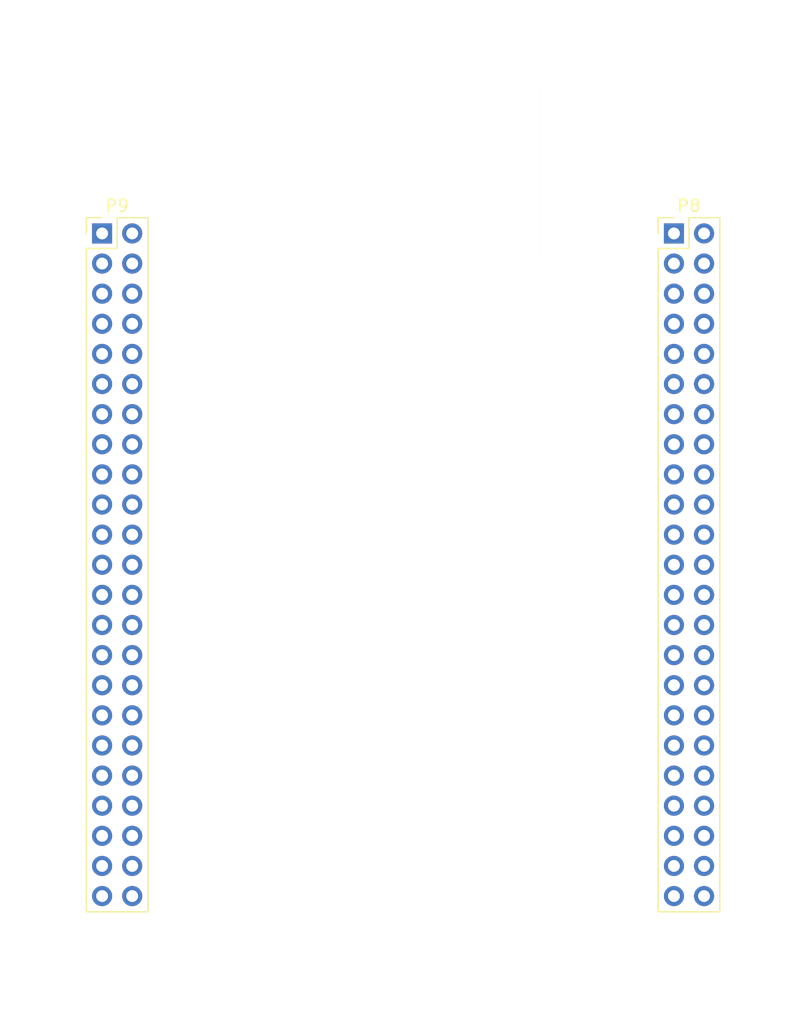
<source format=kicad_pcb>
(kicad_pcb (version 20211014) (generator pcbnew)
  (layers (0 "F.Cu" signal) (31 "B.Cu" signal) (34 "B.Paste" user) (35 "F.Paste" user) (36 "B.SilkS" user "B.Silkscreen") (37 "F.SilkS" user "F.Silkscreen") (38 "B.Mask" user) (39 "F.Mask" user) (44 "Edge.Cuts" user))
  (net 0 "")
  (net 1 "Net-(P8-Pad3)")
  (net 2 "Net-(P8-Pad4)")
  (net 3 "Net-(P8-Pad5)")
  (net 4 "Net-(P8-Pad6)")
  (net 5 "Net-(P8-Pad7)")
  (net 6 "Net-(P8-Pad8)")
  (net 7 "Net-(P8-Pad9)")
  (net 8 "Net-(P8-Pad10)")
  (net 9 "Net-(P8-Pad11)")
  (net 10 "Net-(P8-Pad12)")
  (net 11 "Net-(P8-Pad13)")
  (net 12 "Net-(P8-Pad14)")
  (net 13 "Net-(P8-Pad15)")
  (net 14 "Net-(P8-Pad16)")
  (net 15 "Net-(P8-Pad17)")
  (net 16 "Net-(P8-Pad18)")
  (net 17 "Net-(P8-Pad19)")
  (net 18 "Net-(P8-Pad20)")
  (net 19 "Net-(P8-Pad21)")
  (net 20 "Net-(P8-Pad22)")
  (net 21 "Net-(P8-Pad23)")
  (net 22 "Net-(P8-Pad24)")
  (net 23 "Net-(P8-Pad25)")
  (net 24 "Net-(P8-Pad26)")
  (net 25 "Net-(P8-Pad27)")
  (net 26 "Net-(P8-Pad28)")
  (net 27 "Net-(P8-Pad29)")
  (net 28 "Net-(P8-Pad30)")
  (net 29 "Net-(P8-Pad31)")
  (net 30 "Net-(P8-Pad32)")
  (net 31 "Net-(P8-Pad33)")
  (net 32 "Net-(P8-Pad34)")
  (net 33 "Net-(P8-Pad35)")
  (net 34 "Net-(P8-Pad36)")
  (net 35 "Net-(P8-Pad37)")
  (net 36 "Net-(P8-Pad38)")
  (net 37 "Net-(P8-Pad39)")
  (net 38 "Net-(P8-Pad40)")
  (net 39 "Net-(P8-Pad41)")
  (net 40 "Net-(P8-Pad42)")
  (net 41 "Net-(P8-Pad43)")
  (net 42 "Net-(P8-Pad44)")
  (net 43 "Net-(P8-Pad45)")
  (net 44 "Net-(P8-Pad46)")
  (net 45 "Net-(P9-Pad11)")
  (net 46 "Net-(P9-Pad12)")
  (net 47 "Net-(P9-Pad13)")
  (net 48 "Net-(P9-Pad14)")
  (net 49 "Net-(P9-Pad15)")
  (net 50 "Net-(P9-Pad16)")
  (net 51 "Net-(P9-Pad17)")
  (net 52 "Net-(P9-Pad18)")
  (net 53 "Net-(P9-Pad19)")
  (net 54 "Net-(P9-Pad20)")
  (net 55 "Net-(P9-Pad21)")
  (net 56 "Net-(P9-Pad22)")
  (net 57 "Net-(P9-Pad23)")
  (net 58 "Net-(P9-Pad24)")
  (net 59 "Net-(P9-Pad25)")
  (net 60 "Net-(P9-Pad26)")
  (net 61 "Net-(P9-Pad27)")
  (net 62 "Net-(P9-Pad28)")
  (net 63 "Net-(P9-Pad29)")
  (net 64 "Net-(P9-Pad30)")
  (net 65 "Net-(P9-Pad31)")
  (net 66 "Net-(P9-Pad33)")
  (net 67 "Net-(P9-Pad35)")
  (net 68 "Net-(P9-Pad36)")
  (net 69 "Net-(P9-Pad37)")
  (net 70 "Net-(P9-Pad38)")
  (net 71 "Net-(P9-Pad39)")
  (net 72 "Net-(P9-Pad40)")
  (net 73 "Net-(P9-Pad41)")
  (net 74 "Net-(P9-Pad42)")
  (net 75 "GNDD")
  (net 76 "+3V3")
  (net 77 "+5V")
  (net 78 "SYS_5V")
  (net 79 "PWR_BUT")
  (net 80 "SYS_RESETN")
  (net 81 "VDD_ADC")
  (net 82 "GNDA_ADC")
  (footprint "Connector_PinHeader_2.54mm:PinHeader_2x23_P2.54mm_Vertical" (layer "F.Cu") (at 164.6301 62.3824)
    (fp_text reference "P8" (at 1.27 -2.33) (layer "F.SilkS"))
    (fp_text value "BeagleBone_Black_Header")
    (fp_line (start 3.87 -1.33) (end 3.87 57.21) (layer "F.SilkS") (width 0.12))
    (fp_line (start 1.27 1.27) (end 1.27 -1.33) (layer "F.SilkS") (width 0.12))
    (fp_line (start -1.33 1.27) (end -1.33 57.21) (layer "F.SilkS") (width 0.12))
    (fp_line (start -1.33 -1.33) (end 0 -1.33) (layer "F.SilkS") (width 0.12))
    (fp_line (start -1.33 57.21) (end 3.87 57.21) (layer "F.SilkS") (width 0.12))
    (fp_line (start -1.33 0) (end -1.33 -1.33) (layer "F.SilkS") (width 0.12))
    (fp_line (start 1.27 -1.33) (end 3.87 -1.33) (layer "F.SilkS") (width 0.12))
    (fp_line (start -1.33 1.27) (end 1.27 1.27) (layer "F.SilkS") (width 0.12))
    (pad "1" thru_hole rect (at 0 0) (size 1.7 1.7) (drill 1) (layers *.Cu *.Mask) (net 75 "GNDD"))
    (pad "2" thru_hole oval (at 2.54 0) (size 1.7 1.7) (drill 1) (layers *.Cu *.Mask) (net 75 "GNDD"))
    (pad "3" thru_hole oval (at 0 2.54) (size 1.7 1.7) (drill 1) (layers *.Cu *.Mask) (net 1 "Net-(P8-Pad3)"))
    (pad "4" thru_hole oval (at 2.54 2.54) (size 1.7 1.7) (drill 1) (layers *.Cu *.Mask) (net 2 "Net-(P8-Pad4)"))
    (pad "5" thru_hole oval (at 0 5.08) (size 1.7 1.7) (drill 1) (layers *.Cu *.Mask) (net 3 "Net-(P8-Pad5)"))
    (pad "6" thru_hole oval (at 2.54 5.08) (size 1.7 1.7) (drill 1) (layers *.Cu *.Mask) (net 4 "Net-(P8-Pad6)"))
    (pad "7" thru_hole oval (at 0 7.62) (size 1.7 1.7) (drill 1) (layers *.Cu *.Mask) (net 5 "Net-(P8-Pad7)"))
    (pad "8" thru_hole oval (at 2.54 7.62) (size 1.7 1.7) (drill 1) (layers *.Cu *.Mask) (net 6 "Net-(P8-Pad8)"))
    (pad "9" thru_hole oval (at 0 10.16) (size 1.7 1.7) (drill 1) (layers *.Cu *.Mask) (net 7 "Net-(P8-Pad9)"))
    (pad "10" thru_hole oval (at 2.54 10.16) (size 1.7 1.7) (drill 1) (layers *.Cu *.Mask) (net 8 "Net-(P8-Pad10)"))
    (pad "11" thru_hole oval (at 0 12.7) (size 1.7 1.7) (drill 1) (layers *.Cu *.Mask) (net 9 "Net-(P8-Pad11)"))
    (pad "12" thru_hole oval (at 2.54 12.7) (size 1.7 1.7) (drill 1) (layers *.Cu *.Mask) (net 10 "Net-(P8-Pad12)"))
    (pad "13" thru_hole oval (at 0 15.24) (size 1.7 1.7) (drill 1) (layers *.Cu *.Mask) (net 11 "Net-(P8-Pad13)"))
    (pad "14" thru_hole oval (at 2.54 15.24) (size 1.7 1.7) (drill 1) (layers *.Cu *.Mask) (net 12 "Net-(P8-Pad14)"))
    (pad "15" thru_hole oval (at 0 17.78) (size 1.7 1.7) (drill 1) (layers *.Cu *.Mask) (net 13 "Net-(P8-Pad15)"))
    (pad "16" thru_hole oval (at 2.54 17.78) (size 1.7 1.7) (drill 1) (layers *.Cu *.Mask) (net 14 "Net-(P8-Pad16)"))
    (pad "17" thru_hole oval (at 0 20.32) (size 1.7 1.7) (drill 1) (layers *.Cu *.Mask) (net 15 "Net-(P8-Pad17)"))
    (pad "18" thru_hole oval (at 2.54 20.32) (size 1.7 1.7) (drill 1) (layers *.Cu *.Mask) (net 16 "Net-(P8-Pad18)"))
    (pad "19" thru_hole oval (at 0 22.86) (size 1.7 1.7) (drill 1) (layers *.Cu *.Mask) (net 17 "Net-(P8-Pad19)"))
    (pad "20" thru_hole oval (at 2.54 22.86) (size 1.7 1.7) (drill 1) (layers *.Cu *.Mask) (net 18 "Net-(P8-Pad20)"))
    (pad "21" thru_hole oval (at 0 25.4) (size 1.7 1.7) (drill 1) (layers *.Cu *.Mask) (net 19 "Net-(P8-Pad21)"))
    (pad "22" thru_hole oval (at 2.54 25.4) (size 1.7 1.7) (drill 1) (layers *.Cu *.Mask) (net 20 "Net-(P8-Pad22)"))
    (pad "23" thru_hole oval (at 0 27.94) (size 1.7 1.7) (drill 1) (layers *.Cu *.Mask) (net 21 "Net-(P8-Pad23)"))
    (pad "24" thru_hole oval (at 2.54 27.94) (size 1.7 1.7) (drill 1) (layers *.Cu *.Mask) (net 22 "Net-(P8-Pad24)"))
    (pad "25" thru_hole oval (at 0 30.48) (size 1.7 1.7) (drill 1) (layers *.Cu *.Mask) (net 23 "Net-(P8-Pad25)"))
    (pad "26" thru_hole oval (at 2.54 30.48) (size 1.7 1.7) (drill 1) (layers *.Cu *.Mask) (net 24 "Net-(P8-Pad26)"))
    (pad "27" thru_hole oval (at 0 33.02) (size 1.7 1.7) (drill 1) (layers *.Cu *.Mask) (net 25 "Net-(P8-Pad27)"))
    (pad "28" thru_hole oval (at 2.54 33.02) (size 1.7 1.7) (drill 1) (layers *.Cu *.Mask) (net 26 "Net-(P8-Pad28)"))
    (pad "29" thru_hole oval (at 0 35.56) (size 1.7 1.7) (drill 1) (layers *.Cu *.Mask) (net 27 "Net-(P8-Pad29)"))
    (pad "30" thru_hole oval (at 2.54 35.56) (size 1.7 1.7) (drill 1) (layers *.Cu *.Mask) (net 28 "Net-(P8-Pad30)"))
    (pad "31" thru_hole oval (at 0 38.1) (size 1.7 1.7) (drill 1) (layers *.Cu *.Mask) (net 29 "Net-(P8-Pad31)"))
    (pad "32" thru_hole oval (at 2.54 38.1) (size 1.7 1.7) (drill 1) (layers *.Cu *.Mask) (net 30 "Net-(P8-Pad32)"))
    (pad "33" thru_hole oval (at 0 40.64) (size 1.7 1.7) (drill 1) (layers *.Cu *.Mask) (net 31 "Net-(P8-Pad33)"))
    (pad "34" thru_hole oval (at 2.54 40.64) (size 1.7 1.7) (drill 1) (layers *.Cu *.Mask) (net 32 "Net-(P8-Pad34)"))
    (pad "35" thru_hole oval (at 0 43.18) (size 1.7 1.7) (drill 1) (layers *.Cu *.Mask) (net 33 "Net-(P8-Pad35)"))
    (pad "36" thru_hole oval (at 2.54 43.18) (size 1.7 1.7) (drill 1) (layers *.Cu *.Mask) (net 34 "Net-(P8-Pad36)"))
    (pad "37" thru_hole oval (at 0 45.72) (size 1.7 1.7) (drill 1) (layers *.Cu *.Mask) (net 35 "Net-(P8-Pad37)"))
    (pad "38" thru_hole oval (at 2.54 45.72) (size 1.7 1.7) (drill 1) (layers *.Cu *.Mask) (net 36 "Net-(P8-Pad38)"))
    (pad "39" thru_hole oval (at 0 48.26) (size 1.7 1.7) (drill 1) (layers *.Cu *.Mask) (net 37 "Net-(P8-Pad39)"))
    (pad "40" thru_hole oval (at 2.54 48.26) (size 1.7 1.7) (drill 1) (layers *.Cu *.Mask) (net 38 "Net-(P8-Pad40)"))
    (pad "41" thru_hole oval (at 0 50.8) (size 1.7 1.7) (drill 1) (layers *.Cu *.Mask) (net 39 "Net-(P8-Pad41)"))
    (pad "42" thru_hole oval (at 2.54 50.8) (size 1.7 1.7) (drill 1) (layers *.Cu *.Mask) (net 40 "Net-(P8-Pad42)"))
    (pad "43" thru_hole oval (at 0 53.34) (size 1.7 1.7) (drill 1) (layers *.Cu *.Mask) (net 41 "Net-(P8-Pad43)"))
    (pad "44" thru_hole oval (at 2.54 53.34) (size 1.7 1.7) (drill 1) (layers *.Cu *.Mask) (net 42 "Net-(P8-Pad44)"))
    (pad "45" thru_hole oval (at 0 55.88) (size 1.7 1.7) (drill 1) (layers *.Cu *.Mask) (net 43 "Net-(P8-Pad45)"))
    (pad "46" thru_hole oval (at 2.54 55.88) (size 1.7 1.7) (drill 1) (layers *.Cu *.Mask) (net 44 "Net-(P8-Pad46)"))
  )
  (footprint "Connector_PinHeader_2.54mm:PinHeader_2x23_P2.54mm_Vertical" (layer "F.Cu") (at 116.3701 62.3824)
    (fp_text reference "P9" (at 1.27 -2.33) (layer "F.SilkS"))
    (fp_text value "BeagleBone_Black_Header")
    (fp_line (start 1.27 -1.33) (end 3.87 -1.33) (layer "F.SilkS") (width 0.12))
    (fp_line (start -1.33 0) (end -1.33 -1.33) (layer "F.SilkS") (width 0.12))
    (fp_line (start -1.33 1.27) (end 1.27 1.27) (layer "F.SilkS") (width 0.12))
    (fp_line (start 1.27 1.27) (end 1.27 -1.33) (layer "F.SilkS") (width 0.12))
    (fp_line (start -1.33 -1.33) (end 0 -1.33) (layer "F.SilkS") (width 0.12))
    (fp_line (start 3.87 -1.33) (end 3.87 57.21) (layer "F.SilkS") (width 0.12))
    (fp_line (start -1.33 1.27) (end -1.33 57.21) (layer "F.SilkS") (width 0.12))
    (fp_line (start -1.33 57.21) (end 3.87 57.21) (layer "F.SilkS") (width 0.12))
    (pad "1" thru_hole rect (at 0 0) (size 1.7 1.7) (drill 1) (layers *.Cu *.Mask) (net 75 "GNDD"))
    (pad "2" thru_hole oval (at 2.54 0) (size 1.7 1.7) (drill 1) (layers *.Cu *.Mask) (net 75 "GNDD"))
    (pad "3" thru_hole oval (at 0 2.54) (size 1.7 1.7) (drill 1) (layers *.Cu *.Mask) (net 76 "+3V3"))
    (pad "4" thru_hole oval (at 2.54 2.54) (size 1.7 1.7) (drill 1) (layers *.Cu *.Mask) (net 76 "+3V3"))
    (pad "5" thru_hole oval (at 0 5.08) (size 1.7 1.7) (drill 1) (layers *.Cu *.Mask) (net 77 "+5V"))
    (pad "6" thru_hole oval (at 2.54 5.08) (size 1.7 1.7) (drill 1) (layers *.Cu *.Mask) (net 77 "+5V"))
    (pad "7" thru_hole oval (at 0 7.62) (size 1.7 1.7) (drill 1) (layers *.Cu *.Mask) (net 78 "SYS_5V"))
    (pad "8" thru_hole oval (at 2.54 7.62) (size 1.7 1.7) (drill 1) (layers *.Cu *.Mask) (net 78 "SYS_5V"))
    (pad "9" thru_hole oval (at 0 10.16) (size 1.7 1.7) (drill 1) (layers *.Cu *.Mask) (net 79 "PWR_BUT"))
    (pad "10" thru_hole oval (at 2.54 10.16) (size 1.7 1.7) (drill 1) (layers *.Cu *.Mask) (net 80 "SYS_RESETN"))
    (pad "11" thru_hole oval (at 0 12.7) (size 1.7 1.7) (drill 1) (layers *.Cu *.Mask) (net 45 "Net-(P9-Pad11)"))
    (pad "12" thru_hole oval (at 2.54 12.7) (size 1.7 1.7) (drill 1) (layers *.Cu *.Mask) (net 46 "Net-(P9-Pad12)"))
    (pad "13" thru_hole oval (at 0 15.24) (size 1.7 1.7) (drill 1) (layers *.Cu *.Mask) (net 47 "Net-(P9-Pad13)"))
    (pad "14" thru_hole oval (at 2.54 15.24) (size 1.7 1.7) (drill 1) (layers *.Cu *.Mask) (net 48 "Net-(P9-Pad14)"))
    (pad "15" thru_hole oval (at 0 17.78) (size 1.7 1.7) (drill 1) (layers *.Cu *.Mask) (net 49 "Net-(P9-Pad15)"))
    (pad "16" thru_hole oval (at 2.54 17.78) (size 1.7 1.7) (drill 1) (layers *.Cu *.Mask) (net 50 "Net-(P9-Pad16)"))
    (pad "17" thru_hole oval (at 0 20.32) (size 1.7 1.7) (drill 1) (layers *.Cu *.Mask) (net 51 "Net-(P9-Pad17)"))
    (pad "18" thru_hole oval (at 2.54 20.32) (size 1.7 1.7) (drill 1) (layers *.Cu *.Mask) (net 52 "Net-(P9-Pad18)"))
    (pad "19" thru_hole oval (at 0 22.86) (size 1.7 1.7) (drill 1) (layers *.Cu *.Mask) (net 53 "Net-(P9-Pad19)"))
    (pad "20" thru_hole oval (at 2.54 22.86) (size 1.7 1.7) (drill 1) (layers *.Cu *.Mask) (net 54 "Net-(P9-Pad20)"))
    (pad "21" thru_hole oval (at 0 25.4) (size 1.7 1.7) (drill 1) (layers *.Cu *.Mask) (net 55 "Net-(P9-Pad21)"))
    (pad "22" thru_hole oval (at 2.54 25.4) (size 1.7 1.7) (drill 1) (layers *.Cu *.Mask) (net 56 "Net-(P9-Pad22)"))
    (pad "23" thru_hole oval (at 0 27.94) (size 1.7 1.7) (drill 1) (layers *.Cu *.Mask) (net 57 "Net-(P9-Pad23)"))
    (pad "24" thru_hole oval (at 2.54 27.94) (size 1.7 1.7) (drill 1) (layers *.Cu *.Mask) (net 58 "Net-(P9-Pad24)"))
    (pad "25" thru_hole oval (at 0 30.48) (size 1.7 1.7) (drill 1) (layers *.Cu *.Mask) (net 59 "Net-(P9-Pad25)"))
    (pad "26" thru_hole oval (at 2.54 30.48) (size 1.7 1.7) (drill 1) (layers *.Cu *.Mask) (net 60 "Net-(P9-Pad26)"))
    (pad "27" thru_hole oval (at 0 33.02) (size 1.7 1.7) (drill 1) (layers *.Cu *.Mask) (net 61 "Net-(P9-Pad27)"))
    (pad "28" thru_hole oval (at 2.54 33.02) (size 1.7 1.7) (drill 1) (layers *.Cu *.Mask) (net 62 "Net-(P9-Pad28)"))
    (pad "29" thru_hole oval (at 0 35.56) (size 1.7 1.7) (drill 1) (layers *.Cu *.Mask) (net 63 "Net-(P9-Pad29)"))
    (pad "30" thru_hole oval (at 2.54 35.56) (size 1.7 1.7) (drill 1) (layers *.Cu *.Mask) (net 64 "Net-(P9-Pad30)"))
    (pad "31" thru_hole oval (at 0 38.1) (size 1.7 1.7) (drill 1) (layers *.Cu *.Mask) (net 65 "Net-(P9-Pad31)"))
    (pad "32" thru_hole oval (at 2.54 38.1) (size 1.7 1.7) (drill 1) (layers *.Cu *.Mask) (net 81 "VDD_ADC"))
    (pad "33" thru_hole oval (at 0 40.64) (size 1.7 1.7) (drill 1) (layers *.Cu *.Mask) (net 66 "Net-(P9-Pad33)"))
    (pad "34" thru_hole oval (at 2.54 40.64) (size 1.7 1.7) (drill 1) (layers *.Cu *.Mask) (net 82 "GNDA_ADC"))
    (pad "35" thru_hole oval (at 0 43.18) (size 1.7 1.7) (drill 1) (layers *.Cu *.Mask) (net 67 "Net-(P9-Pad35)"))
    (pad "36" thru_hole oval (at 2.54 43.18) (size 1.7 1.7) (drill 1) (layers *.Cu *.Mask) (net 68 "Net-(P9-Pad36)"))
    (pad "37" thru_hole oval (at 0 45.72) (size 1.7 1.7) (drill 1) (layers *.Cu *.Mask) (net 69 "Net-(P9-Pad37)"))
    (pad "38" thru_hole oval (at 2.54 45.72) (size 1.7 1.7) (drill 1) (layers *.Cu *.Mask) (net 70 "Net-(P9-Pad38)"))
    (pad "39" thru_hole oval (at 0 48.26) (size 1.7 1.7) (drill 1) (layers *.Cu *.Mask) (net 71 "Net-(P9-Pad39)"))
    (pad "40" thru_hole oval (at 2.54 48.26) (size 1.7 1.7) (drill 1) (layers *.Cu *.Mask) (net 72 "Net-(P9-Pad40)"))
    (pad "41" thru_hole oval (at 0 50.8) (size 1.7 1.7) (drill 1) (layers *.Cu *.Mask) (net 73 "Net-(P9-Pad41)"))
    (pad "42" thru_hole oval (at 2.54 50.8) (size 1.7 1.7) (drill 1) (layers *.Cu *.Mask) (net 74 "Net-(P9-Pad42)"))
    (pad "43" thru_hole oval (at 0 53.34) (size 1.7 1.7) (drill 1) (layers *.Cu *.Mask) (net 75 "GNDD"))
    (pad "44" thru_hole oval (at 2.54 53.34) (size 1.7 1.7) (drill 1) (layers *.Cu *.Mask) (net 75 "GNDD"))
    (pad "45" thru_hole oval (at 0 55.88) (size 1.7 1.7) (drill 1) (layers *.Cu *.Mask) (net 75 "GNDD"))
    (pad "46" thru_hole oval (at 2.54 55.88) (size 1.7 1.7) (drill 1) (layers *.Cu *.Mask) (net 75 "GNDD"))
  )
  (gr_line (start 135.4201 42.6974) (end 120.8151 42.6974) (layer "Edge.Cuts") (width 0.00254))
  (gr_line (start 153.2001 64.2874) (end 135.4201 64.2874) (layer "Edge.Cuts") (width 0.00254))
  (gr_line (start 169.0751 116.3574) (end 169.0751 49.6824) (layer "Edge.Cuts") (width 0.00254))
  (gr_arc (start 127.1651 129.0574) (mid 118.184844 125.337656) (end 114.4651 116.3574) (layer "Edge.Cuts") (width 0.00254))
  (gr_line (start 153.2001 49.6824) (end 153.2001 64.2874) (layer "Edge.Cuts") (width 0.00254))
  (gr_line (start 169.0751 49.6824) (end 153.2001 49.6824) (layer "Edge.Cuts") (width 0.00254))
  (gr_arc (start 114.4651 49.0474) (mid 116.324972 44.557272) (end 120.8151 42.6974) (layer "Edge.Cuts") (width 0.00254))
  (gr_arc (start 169.0751 116.3574) (mid 165.355356 125.337656) (end 156.3751 129.0574) (layer "Edge.Cuts") (width 0.00254))
  (gr_line (start 127.1651 129.0574) (end 156.3751 129.0574) (layer "Edge.Cuts") (width 0.00254))
  (gr_line (start 135.4201 64.2874) (end 135.4201 42.6974) (layer "Edge.Cuts") (width 0.00254))
  (gr_line (start 114.4651 49.0474) (end 114.4651 116.3574) (layer "Edge.Cuts") (width 0.00254))
)
</source>
